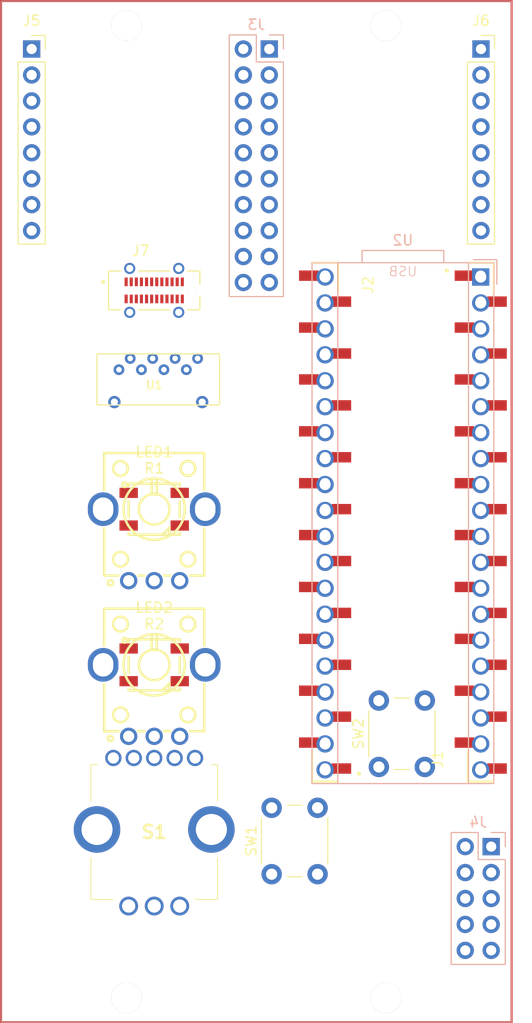
<source format=kicad_pcb>
(kicad_pcb (version 20241229) (generator "pcbnew") (generator_version "9.0")
  (title_block (title "Spark-AE-Upper") (date "2026-01-14") (rev "0.1") (company "Copyright © 2026 clectric.diy Licensed under CERN-OHL-S v2") (comment 1 "Charles H. Leggett"))
  (layers (0 "F.Cu" signal) (2 "B.Cu" signal) (13 "F.Paste" user) (15 "B.Paste" user) (5 "F.SilkS" user "F.Silkscreen") (7 "B.SilkS" user "B.Silkscreen") (1 "F.Mask" user) (3 "B.Mask" user) (25 "Edge.Cuts" user))
  (net 0 "")
  (net 39 "I2C_SDA")
  (net 40 "SD_D2")
  (net 41 "SPI_MISO")
  (net 42 "AUDIO_IN_1")
  (net 43 "USART1_RX")
  (net 44 "SPI_NSS")
  (net 45 "USB_OTG_FS_ID")
  (net 46 "ENC_CLICK")
  (net 47 "SD_CK")
  (net 48 "AUDIO_IN_2")
  (net 49 "VIN")
  (net 50 "SD_D3")
  (net 51 "SPI_MOSI")
  (net 52 "I2C_SCL")
  (net 53 "SD_D1")
  (net 54 "SD_CMD")
  (net 55 "SD_D0")
  (net 56 "A1_D16")
  (net 57 "SPI_SCK")
  (net 58 "USB_OTG_FS_D-")
  (net 59 "ENC_B")
  (net 60 "POT_1")
  (net 61 "LED_1_G")
  (net 62 "+3V3_A")
  (net 63 "ENC_A")
  (net 64 "LED_2_R")
  (net 65 "A7_D22")
  (net 66 "TAC_SWITCH_2")
  (net 67 "+3V3_D")
  (net 68 "LED_1_B")
  (net 69 "AUDIO_OUT_1")
  (net 70 "LED_1_R")
  (net 71 "POT_2")
  (net 72 "AUDIO_OUT_2")
  (net 73 "USB_OTG_FS_D+")
  (net 74 "LED_2_B")
  (net 75 "TAC_SWITCH_1")
  (net 76 "LED_2_G")
  (net 90 "+5V")
  (net 118 "GND")
  (net 119 "STOP")
  (net 120 "GATE")
  (net 121 "CTRL")
  (net 122 "CLOCK")
  (net 123 "CV")
  (net 124 "START")
  (footprint "" (layer "F.Cu") (at 107.87 51.44)
    (property "Reference" "" (at 0 0 0) (layer "F.SilkS") (effects (font (size 1.27 1.27))))
    (property "Value" "")
    (pad "" thru_hole circle (at 0 0) (size 3 3) (drill 3) (layers "*.Cu" "*.Mask"))
  )
  (footprint "Connector_PinSocket_2.54mm:PinSocket_1x08_P2.54mm_Vertical" (layer "F.Cu") (at 98.57 53.74)
    (property "Reference" "J5" (at 0 -2.77 0) (layer "F.SilkS"))
    (property "Value" "Conn_01x08_Socket" (hide yes))
    (fp_line (start -1.33 1.27) (end -1.33 19.11) (stroke (width 0.12)) (layer "F.SilkS"))
    (fp_line (start -1.33 1.27) (end 1.33 1.27) (stroke (width 0.12)) (layer "F.SilkS"))
    (fp_line (start -1.33 19.11) (end 1.33 19.11) (stroke (width 0.12)) (layer "F.SilkS"))
    (fp_line (start 0 -1.33) (end 1.33 -1.33) (stroke (width 0.12)) (layer "F.SilkS"))
    (fp_line (start 1.33 -1.33) (end 1.33 0) (stroke (width 0.12)) (layer "F.SilkS"))
    (fp_line (start 1.33 1.27) (end 1.33 19.11) (stroke (width 0.12)) (layer "F.SilkS"))
    (pad "1" thru_hole rect (at 0 0) (size 1.7 1.7) (drill 1) (layers "*.Cu" "*.Mask") (net 42 "AUDIO_IN_1"))
    (pad "2" thru_hole circle (at 0 2.54) (size 1.7 1.7) (drill 1) (layers "*.Cu" "*.Mask") (net 48 "AUDIO_IN_2"))
    (pad "3" thru_hole circle (at 0 5.08) (size 1.7 1.7) (drill 1) (layers "*.Cu" "*.Mask"))
    (pad "4" thru_hole circle (at 0 7.62) (size 1.7 1.7) (drill 1) (layers "*.Cu" "*.Mask"))
    (pad "5" thru_hole circle (at 0 10.16) (size 1.7 1.7) (drill 1) (layers "*.Cu" "*.Mask"))
    (pad "6" thru_hole circle (at 0 12.7) (size 1.7 1.7) (drill 1) (layers "*.Cu" "*.Mask"))
    (pad "7" thru_hole circle (at 0 15.24) (size 1.7 1.7) (drill 1) (layers "*.Cu" "*.Mask"))
    (pad "8" thru_hole circle (at 0 17.78) (size 1.7 1.7) (drill 1) (layers "*.Cu" "*.Mask"))
  )
  (footprint "clectric-diy:SAMESKY_UJ32-C-V-G-TH-5-P24-TR" (layer "F.Cu") (at 110.57 77.375)
    (property "Reference" "J7" (at -1.325 -3.885 0) (layer "F.SilkS"))
    (property "Value" "UJ32-C-V-G-TH-5-P24-TR")
    (fp_line (start -4.47 -1.9) (end -3.27 -1.9) (stroke (width 0.127)) (layer "F.SilkS"))
    (fp_line (start -4.47 1.9) (end -4.47 -1.9) (stroke (width 0.127)) (layer "F.SilkS"))
    (fp_line (start -3.27 1.9) (end -4.47 1.9) (stroke (width 0.127)) (layer "F.SilkS"))
    (fp_line (start -1.53 -1.9) (end 1.53 -1.9) (stroke (width 0.127)) (layer "F.SilkS"))
    (fp_line (start 1.53 1.9) (end -1.53 1.9) (stroke (width 0.127)) (layer "F.SilkS"))
    (fp_line (start 3.27 -1.9) (end 4.47 -1.9) (stroke (width 0.127)) (layer "F.SilkS"))
    (fp_line (start 4.47 -1.9) (end 4.47 -0.62) (stroke (width 0.127)) (layer "F.SilkS"))
    (fp_line (start 4.47 0.62) (end 4.47 1.9) (stroke (width 0.127)) (layer "F.SilkS"))
    (fp_line (start 4.47 1.9) (end 3.27 1.9) (stroke (width 0.127)) (layer "F.SilkS"))
    (fp_circle (center -5 -0.835) (end -4.9 -0.835) (stroke (width 0.2)) (fill no) (layer "F.SilkS"))
    (fp_line (start 3.55 -0.3) (end 3.95 -0.3) (stroke (width 0.01)) (layer "Edge.Cuts"))
    (fp_line (start 3.95 0.3) (end 3.55 0.3) (stroke (width 0.01)) (layer "Edge.Cuts"))
    (fp_arc (start 3.25 0) (mid 3.337868 -0.212132) (end 3.55 -0.3) (stroke (width 0.01)) (layer "Edge.Cuts"))
    (fp_arc (start 3.55 0.3) (mid 3.337868 0.212132) (end 3.25 0) (stroke (width 0.01)) (layer "Edge.Cuts"))
    (fp_arc (start 3.95 -0.3) (mid 4.162132 -0.212132) (end 4.25 0) (stroke (width 0.01)) (layer "Edge.Cuts"))
    (fp_arc (start 4.25 0) (mid 4.162132 0.212132) (end 3.95 0.3) (stroke (width 0.01)) (layer "Edge.Cuts"))
    (pad "" np_thru_hole circle (at -3.75 0) (size 0.65 0.65) (drill 0.65) (layers "*.Cu" "*.Mask"))
    (pad "" np_thru_hole circle (at 3.75 0) (size 0.6 0.6) (drill 0.6) (layers "*.Cu" "*.Mask"))
    (pad "A1" smd rect (at -2.75 -0.835) (size 0.3 0.85) (layers "F.Cu" "F.Mask" "F.Paste"))
    (pad "A2" smd rect (at -2.25 -0.835) (size 0.3 0.85) (layers "F.Cu" "F.Mask" "F.Paste"))
    (pad "A3" smd rect (at -1.75 -0.835) (size 0.3 0.85) (layers "F.Cu" "F.Mask" "F.Paste"))
    (pad "A4" smd rect (at -1.25 -0.835) (size 0.3 0.85) (layers "F.Cu" "F.Mask" "F.Paste"))
    (pad "A5" smd rect (at -0.75 -0.835) (size 0.3 0.85) (layers "F.Cu" "F.Mask" "F.Paste"))
    (pad "A6" smd rect (at -0.25 -0.835) (size 0.3 0.85) (layers "F.Cu" "F.Mask" "F.Paste"))
    (pad "A7" smd rect (at 0.25 -0.835) (size 0.3 0.85) (layers "F.Cu" "F.Mask" "F.Paste"))
    (pad "A8" smd rect (at 0.75 -0.835) (size 0.3 0.85) (layers "F.Cu" "F.Mask" "F.Paste"))
    (pad "A9" smd rect (at 1.25 -0.835) (size 0.3 0.85) (layers "F.Cu" "F.Mask" "F.Paste"))
    (pad "A10" smd rect (at 1.75 -0.835) (size 0.3 0.85) (layers "F.Cu" "F.Mask" "F.Paste"))
    (pad "A11" smd rect (at 2.25 -0.835) (size 0.3 0.85) (layers "F.Cu" "F.Mask" "F.Paste"))
    (pad "A12" smd rect (at 2.75 -0.835) (size 0.3 0.85) (layers "F.Cu" "F.Mask" "F.Paste"))
    (pad "B1" smd rect (at 2.75 0.835) (size 0.3 0.85) (layers "F.Cu" "F.Mask" "F.Paste"))
    (pad "B2" smd rect (at 2.25 0.835) (size 0.3 0.85) (layers "F.Cu" "F.Mask" "F.Paste"))
    (pad "B3" smd rect (at 1.75 0.835) (size 0.3 0.85) (layers "F.Cu" "F.Mask" "F.Paste"))
    (pad "B4" smd rect (at 1.25 0.835) (size 0.3 0.85) (layers "F.Cu" "F.Mask" "F.Paste"))
    (pad "B5" smd rect (at 0.75 0.835) (size 0.3 0.85) (layers "F.Cu" "F.Mask" "F.Paste"))
    (pad "B6" smd rect (at 0.25 0.835) (size 0.3 0.85) (layers "F.Cu" "F.Mask" "F.Paste"))
    (pad "B7" smd rect (at -0.25 0.835) (size 0.3 0.85) (layers "F.Cu" "F.Mask" "F.Paste"))
    (pad "B8" smd rect (at -0.75 0.835) (size 0.3 0.85) (layers "F.Cu" "F.Mask" "F.Paste"))
    (pad "B9" smd rect (at -1.25 0.835) (size 0.3 0.85) (layers "F.Cu" "F.Mask" "F.Paste"))
    (pad "B10" smd rect (at -1.75 0.835) (size 0.3 0.85) (layers "F.Cu" "F.Mask" "F.Paste"))
    (pad "B11" smd rect (at -2.25 0.835) (size 0.3 0.85) (layers "F.Cu" "F.Mask" "F.Paste"))
    (pad "B12" smd rect (at -2.75 0.835) (size 0.3 0.85) (layers "F.Cu" "F.Mask" "F.Paste"))
    (pad "SH1" thru_hole circle (at -2.4 -2.15) (size 1.1 1.1) (drill 0.7) (layers "*.Cu" "*.Mask"))
    (pad "SH2" thru_hole circle (at 2.4 -2.15) (size 1.1 1.1) (drill 0.7) (layers "*.Cu" "*.Mask"))
    (pad "SH3" thru_hole circle (at -2.4 2.15) (size 1.1 1.1) (drill 0.7) (layers "*.Cu" "*.Mask"))
    (pad "SH4" thru_hole circle (at 2.4 2.15) (size 1.1 1.1) (drill 0.7) (layers "*.Cu" "*.Mask"))
  )
  (footprint "Button_Switch_THT:SW_PUSH_6mm" (layer "F.Cu") (at 122.07 134.54 90)
    (property "Reference" "SW1" (at 3.25 -2 90) (layer "F.SilkS"))
    (property "Value" "SW_Push")
    (fp_line (start 5.5 -1) (end 1 -1) (stroke (width 0.12)) (layer "F.SilkS"))
    (fp_line (start -0.25 1.5) (end -0.25 3) (stroke (width 0.12)) (layer "F.SilkS"))
    (fp_line (start 6.75 3) (end 6.75 1.5) (stroke (width 0.12)) (layer "F.SilkS"))
    (fp_line (start 1 5.5) (end 5.5 5.5) (stroke (width 0.12)) (layer "F.SilkS"))
    (pad "1" thru_hole circle (at 0 0 180) (size 2 2) (drill 1.1) (layers "*.Cu" "*.Mask"))
    (pad "1" thru_hole circle (at 6.5 0 180) (size 2 2) (drill 1.1) (layers "*.Cu" "*.Mask"))
    (pad "2" thru_hole circle (at 0 4.5 180) (size 2 2) (drill 1.1) (layers "*.Cu" "*.Mask"))
    (pad "2" thru_hole circle (at 6.5 4.5 180) (size 2 2) (drill 1.1) (layers "*.Cu" "*.Mask"))
  )
  (footprint "clectric-diy:SAMTEC_SSM-120-L-SV-BE" (layer "F.Cu") (at 142.54516 100.065 90)
    (property "Reference" "J1" (at -23.225 -4.205 90) (layer "F.SilkS"))
    (property "Value" "SSM-120-L-SV-BE")
    (fp_line (start -25.4 -1.27) (end -22.45 -1.27) (stroke (width 0.2)) (layer "F.SilkS"))
    (fp_line (start 25.4 1.27) (end 25.4 -1.27) (stroke (width 0.2)) (layer "F.SilkS"))
    (fp_line (start 25.4 1.27) (end 22.45 1.27) (stroke (width 0.2)) (layer "F.SilkS"))
    (fp_line (start -25.4 1.27) (end -25.4 -1.27) (stroke (width 0.2)) (layer "F.SilkS"))
    (fp_circle (center 24.64 -3.315) (end 24.74 -3.315) (stroke (width 0.2)) (fill no) (layer "F.SilkS"))
    (pad "" np_thru_hole circle (at -24.13 0 90) (size 1.02 1.02) (drill 1.02) (layers "*.Cu" "*.Mask"))
    (pad "" np_thru_hole circle (at -21.59 0 90) (size 1.02 1.02) (drill 1.02) (layers "*.Cu" "*.Mask"))
    (pad "" np_thru_hole circle (at -19.05 0 90) (size 1.02 1.02) (drill 1.02) (layers "*.Cu" "*.Mask"))
    (pad "" np_thru_hole circle (at -16.51 0 90) (size 1.02 1.02) (drill 1.02) (layers "*.Cu" "*.Mask"))
    (pad "" np_thru_hole circle (at -13.97 0 90) (size 1.02 1.02) (drill 1.02) (layers "*.Cu" "*.Mask"))
    (pad "" np_thru_hole circle (at -11.43 0 90) (size 1.02 1.02) (drill 1.02) (layers "*.Cu" "*.Mask"))
    (pad "" np_thru_hole circle (at -8.89 0 90) (size 1.02 1.02) (drill 1.02) (layers "*.Cu" "*.Mask"))
    (pad "" np_thru_hole circle (at -6.35 0 90) (size 1.02 1.02) (drill 1.02) (layers "*.Cu" "*.Mask"))
    (pad "" np_thru_hole circle (at -3.81 0 90) (size 1.02 1.02) (drill 1.02) (layers "*.Cu" "*.Mask"))
    (pad "" np_thru_hole circle (at -1.27 0 90) (size 1.02 1.02) (drill 1.02) (layers "*.Cu" "*.Mask"))
    (pad "" np_thru_hole circle (at 1.27 0 90) (size 1.02 1.02) (drill 1.02) (layers "*.Cu" "*.Mask"))
    (pad "" np_thru_hole circle (at 3.81 0 90) (size 1.02 1.02) (drill 1.02) (layers "*.Cu" "*.Mask"))
    (pad "" np_thru_hole circle (at 6.35 0 90) (size 1.02 1.02) (drill 1.02) (layers "*.Cu" "*.Mask"))
    (pad "" np_thru_hole circle (at 8.89 0 90) (size 1.02 1.02) (drill 1.02) (layers "*.Cu" "*.Mask"))
    (pad "" np_thru_hole circle (at 11.43 0 90) (size 1.02 1.02) (drill 1.02) (layers "*.Cu" "*.Mask"))
    (pad "" np_thru_hole circle (at 13.97 0 90) (size 1.02 1.02) (drill 1.02) (layers "*.Cu" "*.Mask"))
    (pad "" np_thru_hole circle (at 16.51 0 90) (size 1.02 1.02) (drill 1.02) (layers "*.Cu" "*.Mask"))
    (pad "" np_thru_hole circle (at 19.05 0 90) (size 1.02 1.02) (drill 1.02) (layers "*.Cu" "*.Mask"))
    (pad "" np_thru_hole circle (at 21.59 0 90) (size 1.02 1.02) (drill 1.02) (layers "*.Cu" "*.Mask"))
    (pad "" np_thru_hole circle (at 24.13 0 90) (size 1.02 1.02) (drill 1.02) (layers "*.Cu" "*.Mask"))
    (pad "01" smd rect (at 24.13 -1.6025 90) (size 1.02 1.905) (layers "F.Cu" "F.Mask" "F.Paste") (net 45 "USB_OTG_FS_ID"))
    (pad "02" smd rect (at 21.59 1.6025 90) (size 1.02 1.905) (layers "F.Cu" "F.Mask" "F.Paste") (net 50 "SD_D3"))
    (pad "03" smd rect (at 19.05 -1.6025 90) (size 1.02 1.905) (layers "F.Cu" "F.Mask" "F.Paste") (net 40 "SD_D2"))
    (pad "04" smd rect (at 16.51 1.6025 90) (size 1.02 1.905) (layers "F.Cu" "F.Mask" "F.Paste") (net 53 "SD_D1"))
    (pad "05" smd rect (at 13.97 -1.6025 90) (size 1.02 1.905) (layers "F.Cu" "F.Mask" "F.Paste") (net 55 "SD_D0"))
    (pad "06" smd rect (at 11.43 1.6025 90) (size 1.02 1.905) (layers "F.Cu" "F.Mask" "F.Paste") (net 54 "SD_CMD"))
    (pad "07" smd rect (at 8.89 -1.6025 90) (size 1.02 1.905) (layers "F.Cu" "F.Mask" "F.Paste") (net 47 "SD_CK"))
    (pad "08" smd rect (at 6.35 1.6025 90) (size 1.02 1.905) (layers "F.Cu" "F.Mask" "F.Paste") (net 44 "SPI_NSS"))
    (pad "09" smd rect (at 3.81 -1.6025 90) (size 1.02 1.905) (layers "F.Cu" "F.Mask" "F.Paste") (net 57 "SPI_SCK"))
    (pad "10" smd rect (at 1.27 1.6025 90) (size 1.02 1.905) (layers "F.Cu" "F.Mask" "F.Paste") (net 41 "SPI_MISO"))
    (pad "11" smd rect (at -1.27 -1.6025 90) (size 1.02 1.905) (layers "F.Cu" "F.Mask" "F.Paste") (net 51 "SPI_MOSI"))
    (pad "12" smd rect (at -3.81 1.6025 90) (size 1.02 1.905) (layers "F.Cu" "F.Mask" "F.Paste") (net 52 "I2C_SCL"))
    (pad "13" smd rect (at -6.35 -1.6025 90) (size 1.02 1.905) (layers "F.Cu" "F.Mask" "F.Paste") (net 39 "I2C_SDA"))
    (pad "14" smd rect (at -8.89 1.6025 90) (size 1.02 1.905) (layers "F.Cu" "F.Mask" "F.Paste") (net 46 "ENC_CLICK"))
    (pad "15" smd rect (at -11.43 -1.6025 90) (size 1.02 1.905) (layers "F.Cu" "F.Mask" "F.Paste") (net 43 "USART1_RX"))
    (pad "16" smd rect (at -13.97 1.6025 90) (size 1.02 1.905) (layers "F.Cu" "F.Mask" "F.Paste") (net 42 "AUDIO_IN_1"))
    (pad "17" smd rect (at -16.51 -1.6025 90) (size 1.02 1.905) (layers "F.Cu" "F.Mask" "F.Paste") (net 48 "AUDIO_IN_2"))
    (pad "18" smd rect (at -19.05 1.6025 90) (size 1.02 1.905) (layers "F.Cu" "F.Mask" "F.Paste") (net 69 "AUDIO_OUT_1"))
    (pad "19" smd rect (at -21.59 -1.6025 90) (size 1.02 1.905) (layers "F.Cu" "F.Mask" "F.Paste") (net 72 "AUDIO_OUT_2"))
    (pad "20" smd rect (at -24.13 1.6025 90) (size 1.02 1.905) (layers "F.Cu" "F.Mask" "F.Paste") (net 118 "GND"))
  )
  (footprint "Button_Switch_THT:SW_PUSH_6mm" (layer "F.Cu") (at 132.57 124.04 90)
    (property "Reference" "SW2" (at 3.25 -2 90) (layer "F.SilkS"))
    (property "Value" "SW_Push")
    (fp_line (start 5.5 -1) (end 1 -1) (stroke (width 0.12)) (layer "F.SilkS"))
    (fp_line (start -0.25 1.5) (end -0.25 3) (stroke (width 0.12)) (layer "F.SilkS"))
    (fp_line (start 6.75 3) (end 6.75 1.5) (stroke (width 0.12)) (layer "F.SilkS"))
    (fp_line (start 1 5.5) (end 5.5 5.5) (stroke (width 0.12)) (layer "F.SilkS"))
    (pad "1" thru_hole circle (at 0 0 180) (size 2 2) (drill 1.1) (layers "*.Cu" "*.Mask"))
    (pad "1" thru_hole circle (at 6.5 0 180) (size 2 2) (drill 1.1) (layers "*.Cu" "*.Mask"))
    (pad "2" thru_hole circle (at 0 4.5 180) (size 2 2) (drill 1.1) (layers "*.Cu" "*.Mask"))
    (pad "2" thru_hole circle (at 6.5 4.5 180) (size 2 2) (drill 1.1) (layers "*.Cu" "*.Mask"))
  )
  (footprint "Connector_PinSocket_2.54mm:PinSocket_1x08_P2.54mm_Vertical" (layer "F.Cu") (at 142.57 53.74)
    (property "Reference" "J6" (at 0 -2.77 0) (layer "F.SilkS"))
    (property "Value" "Conn_01x08_Socket" (hide yes))
    (fp_line (start -1.33 1.27) (end -1.33 19.11) (stroke (width 0.12)) (layer "F.SilkS"))
    (fp_line (start -1.33 1.27) (end 1.33 1.27) (stroke (width 0.12)) (layer "F.SilkS"))
    (fp_line (start -1.33 19.11) (end 1.33 19.11) (stroke (width 0.12)) (layer "F.SilkS"))
    (fp_line (start 0 -1.33) (end 1.33 -1.33) (stroke (width 0.12)) (layer "F.SilkS"))
    (fp_line (start 1.33 -1.33) (end 1.33 0) (stroke (width 0.12)) (layer "F.SilkS"))
    (fp_line (start 1.33 1.27) (end 1.33 19.11) (stroke (width 0.12)) (layer "F.SilkS"))
    (pad "1" thru_hole rect (at 0 0) (size 1.7 1.7) (drill 1) (layers "*.Cu" "*.Mask") (net 69 "AUDIO_OUT_1"))
    (pad "2" thru_hole circle (at 0 2.54) (size 1.7 1.7) (drill 1) (layers "*.Cu" "*.Mask") (net 72 "AUDIO_OUT_2"))
    (pad "3" thru_hole circle (at 0 5.08) (size 1.7 1.7) (drill 1) (layers "*.Cu" "*.Mask"))
    (pad "4" thru_hole circle (at 0 7.62) (size 1.7 1.7) (drill 1) (layers "*.Cu" "*.Mask"))
    (pad "5" thru_hole circle (at 0 10.16) (size 1.7 1.7) (drill 1) (layers "*.Cu" "*.Mask"))
    (pad "6" thru_hole circle (at 0 12.7) (size 1.7 1.7) (drill 1) (layers "*.Cu" "*.Mask"))
    (pad "7" thru_hole circle (at 0 15.24) (size 1.7 1.7) (drill 1) (layers "*.Cu" "*.Mask"))
    (pad "8" thru_hole circle (at 0 17.78) (size 1.7 1.7) (drill 1) (layers "*.Cu" "*.Mask"))
  )
  (footprint "clectric-diy:RES-TH_RK09K113004U" (layer "F.Cu") (at 110.57 117.54)
    (property "Reference" "R2" (at 0 -7.5 0) (layer "F.SilkS"))
    (property "Value" "RK09K1130A8G")
    (fp_line (start -4.9 -9) (end -4.9 -5.38) (stroke (width 0.25)) (layer "F.SilkS"))
    (fp_line (start -4.9 -9) (end 4.9 -9) (stroke (width 0.25)) (layer "F.SilkS"))
    (fp_line (start -4.9 -1.62) (end -4.9 3) (stroke (width 0.25)) (layer "F.SilkS"))
    (fp_line (start -4.9 3) (end -3.5 3) (stroke (width 0.25)) (layer "F.SilkS"))
    (fp_line (start -1.58 3) (end -0.96 3) (stroke (width 0.25)) (layer "F.SilkS"))
    (fp_line (start -0.25 -6.48) (end -0.25 -4.95) (stroke (width 0.25)) (layer "F.SilkS"))
    (fp_line (start -0.25 -4.95) (end 0.25 -4.95) (stroke (width 0.25)) (layer "F.SilkS"))
    (fp_line (start 0.25 -4.95) (end 0.25 -6.48) (stroke (width 0.25)) (layer "F.SilkS"))
    (fp_line (start 0.96 3) (end 1.58 3) (stroke (width 0.25)) (layer "F.SilkS"))
    (fp_line (start 4.9 -9) (end 4.9 -5.38) (stroke (width 0.25)) (layer "F.SilkS"))
    (fp_line (start 4.9 -1.62) (end 4.9 3) (stroke (width 0.25)) (layer "F.SilkS"))
    (fp_line (start 4.9 3) (end 3.5 3) (stroke (width 0.25)) (layer "F.SilkS"))
    (fp_circle (center -4.29 3.71) (end -4.03 3.71) (stroke (width 0.25)) (fill no) (layer "F.SilkS"))
    (fp_circle (center -3.3 -7.49) (end -2.58 -7.49) (stroke (width 0.25)) (fill no) (layer "F.SilkS"))
    (fp_circle (center -3.3 1.4) (end -2.58 1.4) (stroke (width 0.25)) (fill no) (layer "F.SilkS"))
    (fp_circle (center 0 -3.5) (end 3 -3.5) (stroke (width 0.25)) (fill no) (layer "F.SilkS"))
    (fp_circle (center 3.3 -7.49) (end 4.02 -7.49) (stroke (width 0.25)) (fill no) (layer "F.SilkS"))
    (fp_circle (center 3.3 1.4) (end 4.02 1.4) (stroke (width 0.25)) (fill no) (layer "F.SilkS"))
    (pad "1" thru_hole circle (at -2.5 3.5) (size 1.7 1.7) (drill 1.100023) (layers "*.Cu" "*.Mask"))
    (pad "2" thru_hole circle (at 0 3.5) (size 1.7 1.7) (drill 1.100023) (layers "*.Cu" "*.Mask"))
    (pad "3" thru_hole circle (at 2.5 3.5) (size 1.7 1.7) (drill 1.100023) (layers "*.Cu" "*.Mask"))
    (pad "4" thru_hole oval (at 5 -3.5) (size 3 3.3) (drill oval 1.999996 2.300021) (layers "*.Cu" "*.Mask"))
    (pad "5" thru_hole oval (at -5 -3.5) (size 3 3.3) (drill oval 1.999996 2.300021) (layers "*.Cu" "*.Mask"))
  )
  (footprint "clectric-diy:LED-SMD_4P-L5.0-W5.0-TL-1" (layer "F.Cu") (at 110.57 98.8)
    (property "Reference" "LED1" (at 0 -5.6 0) (layer "F.SilkS"))
    (property "Value" "WS2812B-V5/W")
    (fp_line (start -2.5 -2.5) (end 2.5 -2.5) (stroke (width 0.25)) (layer "F.SilkS"))
    (fp_line (start -2.5 0.77) (end -2.5 -0.77) (stroke (width 0.25)) (layer "F.SilkS"))
    (fp_line (start -2.5 2.5) (end -2.5 2.32) (stroke (width 0.25)) (layer "F.SilkS"))
    (fp_line (start -2.49 -2.27) (end -2.5 -2.5) (stroke (width 0.25)) (layer "F.SilkS"))
    (fp_line (start 0.8 2.5) (end 1.5 1.8) (stroke (width 0.25)) (layer "F.SilkS"))
    (fp_line (start 1.5 1.8) (end 1.5 2.5) (stroke (width 0.25)) (layer "F.SilkS"))
    (fp_line (start 1.5 2.5) (end 0.8 2.5) (stroke (width 0.25)) (layer "F.SilkS"))
    (fp_line (start 2.5 -2.5) (end 2.5 -2.27) (stroke (width 0.25)) (layer "F.SilkS"))
    (fp_line (start 2.5 -0.77) (end 2.5 0.77) (stroke (width 0.25)) (layer "F.SilkS"))
    (fp_line (start 2.5 2.28) (end 2.5 2.5) (stroke (width 0.25)) (layer "F.SilkS"))
    (fp_line (start 2.5 2.5) (end -2.5 2.5) (stroke (width 0.25)) (layer "F.SilkS"))
    (fp_circle (center -2.9 -2.4) (end -2.8 -2.4) (stroke (width 0.25)) (fill no) (layer "F.SilkS"))
    (fp_circle (center 0 0) (end 1.5 0) (stroke (width 0.25)) (fill no) (layer "F.SilkS"))
    (pad "1" smd rect (at -2.5 -1.6 180) (size 1.8 1) (layers "F.Cu" "F.Mask" "F.Paste"))
    (pad "2" smd rect (at -2.5 1.6 180) (size 1.8 1) (layers "F.Cu" "F.Mask" "F.Paste"))
    (pad "3" smd rect (at 2.5 1.6 180) (size 1.8 1) (layers "F.Cu" "F.Mask" "F.Paste"))
    (pad "4" smd rect (at 2.5 -1.6 180) (size 1.8 1) (layers "F.Cu" "F.Mask" "F.Paste"))
  )
  (footprint "clectric-diy:SAMTEC_SSM-120-L-SV-BE" (layer "F.Cu") (at 127.30516 100.065 -90)
    (property "Reference" "J2" (at -23.225 -4.205 90) (layer "F.SilkS"))
    (property "Value" "SSM-120-L-SV-BE")
    (fp_line (start -25.4 1.27) (end -25.4 -1.27) (stroke (width 0.2)) (layer "F.SilkS"))
    (fp_line (start 25.4 1.27) (end 22.45 1.27) (stroke (width 0.2)) (layer "F.SilkS"))
    (fp_line (start 25.4 1.27) (end 25.4 -1.27) (stroke (width 0.2)) (layer "F.SilkS"))
    (fp_line (start -25.4 -1.27) (end -22.45 -1.27) (stroke (width 0.2)) (layer "F.SilkS"))
    (fp_circle (center 24.64 -3.315) (end 24.74 -3.315) (stroke (width 0.2)) (fill no) (layer "F.SilkS"))
    (pad "" np_thru_hole circle (at -24.13 0 270) (size 1.02 1.02) (drill 1.02) (layers "*.Cu" "*.Mask"))
    (pad "" np_thru_hole circle (at -21.59 0 270) (size 1.02 1.02) (drill 1.02) (layers "*.Cu" "*.Mask"))
    (pad "" np_thru_hole circle (at -19.05 0 270) (size 1.02 1.02) (drill 1.02) (layers "*.Cu" "*.Mask"))
    (pad "" np_thru_hole circle (at -16.51 0 270) (size 1.02 1.02) (drill 1.02) (layers "*.Cu" "*.Mask"))
    (pad "" np_thru_hole circle (at -13.97 0 270) (size 1.02 1.02) (drill 1.02) (layers "*.Cu" "*.Mask"))
    (pad "" np_thru_hole circle (at -11.43 0 270) (size 1.02 1.02) (drill 1.02) (layers "*.Cu" "*.Mask"))
    (pad "" np_thru_hole circle (at -8.89 0 270) (size 1.02 1.02) (drill 1.02) (layers "*.Cu" "*.Mask"))
    (pad "" np_thru_hole circle (at -6.35 0 270) (size 1.02 1.02) (drill 1.02) (layers "*.Cu" "*.Mask"))
    (pad "" np_thru_hole circle (at -3.81 0 270) (size 1.02 1.02) (drill 1.02) (layers "*.Cu" "*.Mask"))
    (pad "" np_thru_hole circle (at -1.27 0 270) (size 1.02 1.02) (drill 1.02) (layers "*.Cu" "*.Mask"))
    (pad "" np_thru_hole circle (at 1.27 0 270) (size 1.02 1.02) (drill 1.02) (layers "*.Cu" "*.Mask"))
    (pad "" np_thru_hole circle (at 3.81 0 270) (size 1.02 1.02) (drill 1.02) (layers "*.Cu" "*.Mask"))
    (pad "" np_thru_hole circle (at 6.35 0 270) (size 1.02 1.02) (drill 1.02) (layers "*.Cu" "*.Mask"))
    (pad "" np_thru_hole circle (at 8.89 0 270) (size 1.02 1.02) (drill 1.02) (layers "*.Cu" "*.Mask"))
    (pad "" np_thru_hole circle (at 11.43 0 270) (size 1.02 1.02) (drill 1.02) (layers "*.Cu" "*.Mask"))
    (pad "" np_thru_hole circle (at 13.97 0 270) (size 1.02 1.02) (drill 1.02) (layers "*.Cu" "*.Mask"))
    (pad "" np_thru_hole circle (at 16.51 0 270) (size 1.02 1.02) (drill 1.02) (layers "*.Cu" "*.Mask"))
    (pad "" np_thru_hole circle (at 19.05 0 270) (size 1.02 1.02) (drill 1.02) (layers "*.Cu" "*.Mask"))
    (pad "" np_thru_hole circle (at 21.59 0 270) (size 1.02 1.02) (drill 1.02) (layers "*.Cu" "*.Mask"))
    (pad "" np_thru_hole circle (at 24.13 0 270) (size 1.02 1.02) (drill 1.02) (layers "*.Cu" "*.Mask"))
    (pad "01" smd rect (at 24.13 -1.6025 270) (size 1.02 1.905) (layers "F.Cu" "F.Mask" "F.Paste") (net 62 "+3V3_A"))
    (pad "02" smd rect (at 21.59 1.6025 270) (size 1.02 1.905) (layers "F.Cu" "F.Mask" "F.Paste") (net 71 "POT_2"))
    (pad "03" smd rect (at 19.05 -1.6025 270) (size 1.02 1.905) (layers "F.Cu" "F.Mask" "F.Paste") (net 56 "A1_D16"))
    (pad "04" smd rect (at 16.51 1.6025 270) (size 1.02 1.905) (layers "F.Cu" "F.Mask" "F.Paste") (net 64 "LED_2_R"))
    (pad "05" smd rect (at 13.97 -1.6025 270) (size 1.02 1.905) (layers "F.Cu" "F.Mask" "F.Paste") (net 68 "LED_1_B"))
    (pad "06" smd rect (at 11.43 1.6025 270) (size 1.02 1.905) (layers "F.Cu" "F.Mask" "F.Paste") (net 61 "LED_1_G"))
    (pad "07" smd rect (at 8.89 -1.6025 270) (size 1.02 1.905) (layers "F.Cu" "F.Mask" "F.Paste") (net 70 "LED_1_R"))
    (pad "08" smd rect (at 6.35 1.6025 270) (size 1.02 1.905) (layers "F.Cu" "F.Mask" "F.Paste") (net 60 "POT_1"))
    (pad "09" smd rect (at 3.81 -1.6025 270) (size 1.02 1.905) (layers "F.Cu" "F.Mask" "F.Paste") (net 65 "A7_D22"))
    (pad "10" smd rect (at 1.27 1.6025 270) (size 1.02 1.905) (layers "F.Cu" "F.Mask" "F.Paste") (net 74 "LED_2_B"))
    (pad "11" smd rect (at -1.27 -1.6025 270) (size 1.02 1.905) (layers "F.Cu" "F.Mask" "F.Paste") (net 76 "LED_2_G"))
    (pad "12" smd rect (at -3.81 1.6025 270) (size 1.02 1.905) (layers "F.Cu" "F.Mask" "F.Paste") (net 59 "ENC_B"))
    (pad "13" smd rect (at -6.35 -1.6025 270) (size 1.02 1.905) (layers "F.Cu" "F.Mask" "F.Paste") (net 63 "ENC_A"))
    (pad "14" smd rect (at -8.89 1.6025 270) (size 1.02 1.905) (layers "F.Cu" "F.Mask" "F.Paste") (net 75 "TAC_SWITCH_1"))
    (pad "15" smd rect (at -11.43 -1.6025 270) (size 1.02 1.905) (layers "F.Cu" "F.Mask" "F.Paste") (net 66 "TAC_SWITCH_2"))
    (pad "16" smd rect (at -13.97 1.6025 270) (size 1.02 1.905) (layers "F.Cu" "F.Mask" "F.Paste") (net 58 "USB_OTG_FS_D-"))
    (pad "17" smd rect (at -16.51 -1.6025 270) (size 1.02 1.905) (layers "F.Cu" "F.Mask" "F.Paste") (net 73 "USB_OTG_FS_D+"))
    (pad "18" smd rect (at -19.05 1.6025 270) (size 1.02 1.905) (layers "F.Cu" "F.Mask" "F.Paste") (net 67 "+3V3_D"))
    (pad "19" smd rect (at -21.59 -1.6025 270) (size 1.02 1.905) (layers "F.Cu" "F.Mask" "F.Paste") (net 49 "VIN"))
    (pad "20" smd rect (at -24.13 1.6025 270) (size 1.02 1.905) (layers "F.Cu" "F.Mask" "F.Paste") (net 118 "GND"))
  )
  (footprint "clectric-diy:PJS008U-3000-0" (layer "F.Cu") (at 110.57 86.64)
    (property "Reference" "U1" (at 0 0 0) (layer "F.SilkS") (effects (font (size 0.787402 0.787402))))
    (property "Value" "PJS008U-3000-0")
    (fp_line (start -5.6 -3.05) (end -5.6 1.95) (stroke (width 0.127)) (layer "F.SilkS"))
    (fp_line (start -5.6 1.95) (end 6.4 1.95) (stroke (width 0.127)) (layer "F.SilkS"))
    (fp_line (start 6.4 -3.05) (end -5.6 -3.05) (stroke (width 0.127)) (layer "F.SilkS"))
    (fp_line (start 6.4 1.95) (end 6.4 -3.05) (stroke (width 0.127)) (layer "F.SilkS"))
    (pad "P$1" thru_hole circle (at -3.45 -1.5) (size 1.058 1.058) (drill 0.55) (layers "*.Cu" "*.Mask"))
    (pad "P$2" thru_hole circle (at -2.35 -2.6) (size 1.058 1.058) (drill 0.55) (layers "*.Cu" "*.Mask"))
    (pad "P$3" thru_hole circle (at -1.25 -1.5) (size 1.058 1.058) (drill 0.55) (layers "*.Cu" "*.Mask"))
    (pad "P$4" thru_hole circle (at -0.15 -2.6) (size 1.058 1.058) (drill 0.55) (layers "*.Cu" "*.Mask"))
    (pad "P$5" thru_hole circle (at 0.95 -1.5) (size 1.058 1.058) (drill 0.55) (layers "*.Cu" "*.Mask"))
    (pad "P$6" thru_hole circle (at 2.05 -2.6) (size 1.058 1.058) (drill 0.55) (layers "*.Cu" "*.Mask"))
    (pad "P$7" thru_hole circle (at 3.15 -1.5) (size 1.058 1.058) (drill 0.55) (layers "*.Cu" "*.Mask"))
    (pad "P$8" thru_hole circle (at 4.25 -2.6) (size 1.058 1.058) (drill 0.55) (layers "*.Cu" "*.Mask"))
    (pad "P$9" thru_hole circle (at -3.9 1.67) (size 1.208 1.208) (drill 0.7) (layers "*.Cu" "*.Mask"))
    (pad "P$10" thru_hole circle (at 4.7 1.67) (size 1.208 1.208) (drill 0.7) (layers "*.Cu" "*.Mask"))
  )
  (footprint "" (layer "F.Cu") (at 107.87 146.64)
    (property "Reference" "" (at 0 0 0) (layer "F.SilkS") (effects (font (size 1.27 1.27))))
    (property "Value" "")
    (pad "" thru_hole circle (at 0 0) (size 3 3) (drill 3) (layers "*.Cu" "*.Mask"))
  )
  (footprint "" (layer "F.Cu") (at 133.27 146.64)
    (property "Reference" "" (at 0 0 0) (layer "F.SilkS") (effects (font (size 1.27 1.27))))
    (property "Value" "")
    (pad "" thru_hole circle (at 0 0) (size 3 3) (drill 3) (layers "*.Cu" "*.Mask"))
  )
  (footprint "" (layer "F.Cu") (at 107.87 51.44)
    (property "Reference" "" (at 0 0 0) (layer "F.SilkS") (effects (font (size 1.27 1.27))))
    (property "Value" "")
    (pad "" thru_hole circle (at 0 0) (size 3 3) (drill 3) (layers "*.Cu" "*.Mask"))
  )
  (footprint "clectric-diy:RES-TH_RK09K113004U" (layer "F.Cu") (at 110.57 102.3)
    (property "Reference" "R1" (at 0 -7.5 0) (layer "F.SilkS"))
    (property "Value" "RK09K1130A8G")
    (fp_line (start -4.9 -9) (end -4.9 -5.38) (stroke (width 0.25)) (layer "F.SilkS"))
    (fp_line (start -4.9 -9) (end 4.9 -9) (stroke (width 0.25)) (layer "F.SilkS"))
    (fp_line (start -4.9 -1.62) (end -4.9 3) (stroke (width 0.25)) (layer "F.SilkS"))
    (fp_line (start -4.9 3) (end -3.5 3) (stroke (width 0.25)) (layer "F.SilkS"))
    (fp_line (start -1.58 3) (end -0.96 3) (stroke (width 0.25)) (layer "F.SilkS"))
    (fp_line (start -0.25 -6.48) (end -0.25 -4.95) (stroke (width 0.25)) (layer "F.SilkS"))
    (fp_line (start -0.25 -4.95) (end 0.25 -4.95) (stroke (width 0.25)) (layer "F.SilkS"))
    (fp_line (start 0.25 -4.95) (end 0.25 -6.48) (stroke (width 0.25)) (layer "F.SilkS"))
    (fp_line (start 0.96 3) (end 1.58 3) (stroke (width 0.25)) (layer "F.SilkS"))
    (fp_line (start 4.9 -9) (end 4.9 -5.38) (stroke (width 0.25)) (layer "F.SilkS"))
    (fp_line (start 4.9 -1.62) (end 4.9 3) (stroke (width 0.25)) (layer "F.SilkS"))
    (fp_line (start 4.9 3) (end 3.5 3) (stroke (width 0.25)) (layer "F.SilkS"))
    (fp_circle (center -4.29 3.71) (end -4.03 3.71) (stroke (width 0.25)) (fill no) (layer "F.SilkS"))
    (fp_circle (center -3.3 -7.49) (end -2.58 -7.49) (stroke (width 0.25)) (fill no) (layer "F.SilkS"))
    (fp_circle (center -3.3 1.4) (end -2.58 1.4) (stroke (width 0.25)) (fill no) (layer "F.SilkS"))
    (fp_circle (center 0 -3.5) (end 3 -3.5) (stroke (width 0.25)) (fill no) (layer "F.SilkS"))
    (fp_circle (center 3.3 -7.49) (end 4.02 -7.49) (stroke (width 0.25)) (fill no) (layer "F.SilkS"))
    (fp_circle (center 3.3 1.4) (end 4.02 1.4) (stroke (width 0.25)) (fill no) (layer "F.SilkS"))
    (pad "1" thru_hole circle (at -2.5 3.5) (size 1.7 1.7) (drill 1.100023) (layers "*.Cu" "*.Mask"))
    (pad "2" thru_hole circle (at 0 3.5) (size 1.7 1.7) (drill 1.100023) (layers "*.Cu" "*.Mask"))
    (pad "3" thru_hole circle (at 2.5 3.5) (size 1.7 1.7) (drill 1.100023) (layers "*.Cu" "*.Mask"))
    (pad "4" thru_hole oval (at 5 -3.5) (size 3 3.3) (drill oval 1.999996 2.300021) (layers "*.Cu" "*.Mask"))
    (pad "5" thru_hole oval (at -5 -3.5) (size 3 3.3) (drill oval 1.999996 2.300021) (layers "*.Cu" "*.Mask"))
  )
  (footprint "" (layer "F.Cu") (at 133.27 51.44)
    (property "Reference" "" (at 0 0 0) (layer "F.SilkS") (effects (font (size 1.27 1.27))))
    (property "Value" "")
    (pad "" thru_hole circle (at 0 0) (size 3 3) (drill 3) (layers "*.Cu" "*.Mask"))
  )
  (footprint "clectric-diy:LED-SMD_4P-L5.0-W5.0-TL-1" (layer "F.Cu") (at 110.57 114.04)
    (property "Reference" "LED2" (at 0 -5.6 0) (layer "F.SilkS"))
    (property "Value" "WS2812B-V5/W")
    (fp_line (start -2.5 -2.5) (end 2.5 -2.5) (stroke (width 0.25)) (layer "F.SilkS"))
    (fp_line (start -2.5 0.77) (end -2.5 -0.77) (stroke (width 0.25)) (layer "F.SilkS"))
    (fp_line (start -2.5 2.5) (end -2.5 2.32) (stroke (width 0.25)) (layer "F.SilkS"))
    (fp_line (start -2.49 -2.27) (end -2.5 -2.5) (stroke (width 0.25)) (layer "F.SilkS"))
    (fp_line (start 0.8 2.5) (end 1.5 1.8) (stroke (width 0.25)) (layer "F.SilkS"))
    (fp_line (start 1.5 1.8) (end 1.5 2.5) (stroke (width 0.25)) (layer "F.SilkS"))
    (fp_line (start 1.5 2.5) (end 0.8 2.5) (stroke (width 0.25)) (layer "F.SilkS"))
    (fp_line (start 2.5 -2.5) (end 2.5 -2.27) (stroke (width 0.25)) (layer "F.SilkS"))
    (fp_line (start 2.5 -0.77) (end 2.5 0.77) (stroke (width 0.25)) (layer "F.SilkS"))
    (fp_line (start 2.5 2.28) (end 2.5 2.5) (stroke (width 0.25)) (layer "F.SilkS"))
    (fp_line (start 2.5 2.5) (end -2.5 2.5) (stroke (width 0.25)) (layer "F.SilkS"))
    (fp_circle (center -2.9 -2.4) (end -2.8 -2.4) (stroke (width 0.25)) (fill no) (layer "F.SilkS"))
    (fp_circle (center 0 0) (end 1.5 0) (stroke (width 0.25)) (fill no) (layer "F.SilkS"))
    (pad "1" smd rect (at -2.5 -1.6 180) (size 1.8 1) (layers "F.Cu" "F.Mask" "F.Paste"))
    (pad "2" smd rect (at -2.5 1.6 180) (size 1.8 1) (layers "F.Cu" "F.Mask" "F.Paste"))
    (pad "3" smd rect (at 2.5 1.6 180) (size 1.8 1) (layers "F.Cu" "F.Mask" "F.Paste"))
    (pad "4" smd rect (at 2.5 -1.6 180) (size 1.8 1) (layers "F.Cu" "F.Mask" "F.Paste"))
  )
  (footprint "clectric-diy:PEL12T4225SS1024" (layer "F.Cu") (at 110.57 130.41)
    (property "Reference" "S1" (at 0 0 0) (layer "F.SilkS") (effects (font (size 1.27 1.27) (thickness 0.254))))
    (property "Value" "PEL12T-4225S-S1024" (hide yes))
    (fp_line (start -6.2 -6.6) (end -6.2 -3) (stroke (width 0.1)) (layer "F.SilkS"))
    (fp_line (start -6.2 6.6) (end -6.2 2.5) (stroke (width 0.1)) (layer "F.SilkS"))
    (fp_line (start -5.5 -6.6) (end -6.2 -6.6) (stroke (width 0.1)) (layer "F.SilkS"))
    (fp_line (start -4 6.6) (end -6.2 6.6) (stroke (width 0.1)) (layer "F.SilkS"))
    (fp_line (start 4 6.6) (end 6.2 6.6) (stroke (width 0.1)) (layer "F.SilkS"))
    (fp_line (start 6.2 -6.6) (end 5.6 -6.6) (stroke (width 0.1)) (layer "F.SilkS"))
    (fp_line (start 6.2 -3) (end 6.2 -6.6) (stroke (width 0.1)) (layer "F.SilkS"))
    (fp_line (start 6.2 3) (end 6.2 2.5) (stroke (width 0.1)) (layer "F.SilkS"))
    (fp_line (start 6.2 6.6) (end 6.2 3) (stroke (width 0.1)) (layer "F.SilkS"))
    (pad "1" thru_hole circle (at -4 -7.25) (size 1.6 1.6) (drill 1.1) (layers "*.Cu" "*.Mask"))
    (pad "2" thru_hole circle (at -2 -7.25) (size 1.6 1.6) (drill 1.1) (layers "*.Cu" "*.Mask"))
    (pad "3" thru_hole circle (at 0 -7.25) (size 1.6 1.6) (drill 1.1) (layers "*.Cu" "*.Mask"))
    (pad "4" thru_hole circle (at 2 -7.25) (size 1.6 1.6) (drill 1.1) (layers "*.Cu" "*.Mask"))
    (pad "5" thru_hole circle (at 4 -7.25) (size 1.6 1.6) (drill 1.1) (layers "*.Cu" "*.Mask"))
    (pad "A1" thru_hole circle (at -2.5 7.25) (size 1.85 1.85) (drill 1.3) (layers "*.Cu" "*.Mask"))
    (pad "B1" thru_hole circle (at 2.5 7.25) (size 1.85 1.85) (drill 1.3) (layers "*.Cu" "*.Mask"))
    (pad "C1" thru_hole circle (at 0 7.25) (size 1.85 1.85) (drill 1.3) (layers "*.Cu" "*.Mask"))
    (pad "MH1" thru_hole circle (at -5.6 -0.25) (size 4.562 4.562) (drill 3.0414) (layers "*.Cu" "*.Mask"))
    (pad "MH2" thru_hole circle (at 5.6 -0.25) (size 4.562 4.562) (drill 3.0414) (layers "*.Cu" "*.Mask"))
  )
  (footprint "Connector_PinHeader_2.54mm:PinHeader_2x05_P2.54mm_Vertical" (layer "B.Cu") (at 143.57 131.84 180)
    (property "Reference" "J4" (at 1.27 2.38 0) (layer "B.SilkS") (effects (justify mirror)))
    (property "Value" "Conn_02x05_Odd_Even" (hide yes))
    (fp_line (start 3.92 1.38) (end 3.92 -11.54) (stroke (width 0.12)) (layer "B.SilkS"))
    (fp_line (start 1.27 1.38) (end 3.92 1.38) (stroke (width 0.12)) (layer "B.SilkS"))
    (fp_line (start 1.27 -1.27) (end 1.27 1.38) (stroke (width 0.12)) (layer "B.SilkS"))
    (fp_line (start -1.38 1.38) (end 0 1.38) (stroke (width 0.12)) (layer "B.SilkS"))
    (fp_line (start -1.38 0) (end -1.38 1.38) (stroke (width 0.12)) (layer "B.SilkS"))
    (fp_line (start -1.38 -1.27) (end 1.27 -1.27) (stroke (width 0.12)) (layer "B.SilkS"))
    (fp_line (start -1.38 -1.27) (end -1.38 -11.54) (stroke (width 0.12)) (layer "B.SilkS"))
    (fp_line (start -1.38 -11.54) (end 3.92 -11.54) (stroke (width 0.12)) (layer "B.SilkS"))
    (pad "1" thru_hole rect (at 0 0 180) (size 1.7 1.7) (drill 1) (layers "*.Cu" "*.Mask") (net 90 "+5V"))
    (pad "2" thru_hole circle (at 2.54 0 180) (size 1.7 1.7) (drill 1) (layers "*.Cu" "*.Mask") (net 90 "+5V"))
    (pad "3" thru_hole circle (at 0 -2.54 180) (size 1.7 1.7) (drill 1) (layers "*.Cu" "*.Mask") (net 118 "GND"))
    (pad "4" thru_hole circle (at 2.54 -2.54 180) (size 1.7 1.7) (drill 1) (layers "*.Cu" "*.Mask") (net 118 "GND"))
    (pad "5" thru_hole circle (at 0 -5.08 180) (size 1.7 1.7) (drill 1) (layers "*.Cu" "*.Mask") (net 123 "CV"))
    (pad "6" thru_hole circle (at 2.54 -5.08 180) (size 1.7 1.7) (drill 1) (layers "*.Cu" "*.Mask") (net 120 "GATE"))
    (pad "7" thru_hole circle (at 0 -7.62 180) (size 1.7 1.7) (drill 1) (layers "*.Cu" "*.Mask") (net 124 "START"))
    (pad "8" thru_hole circle (at 2.54 -7.62 180) (size 1.7 1.7) (drill 1) (layers "*.Cu" "*.Mask") (net 122 "CLOCK"))
    (pad "9" thru_hole circle (at 0 -10.16 180) (size 1.7 1.7) (drill 1) (layers "*.Cu" "*.Mask") (net 121 "CTRL"))
    (pad "10" thru_hole circle (at 2.54 -10.16 180) (size 1.7 1.7) (drill 1) (layers "*.Cu" "*.Mask") (net 119 "STOP"))
  )
  (footprint "Connector_PinHeader_2.54mm:PinHeader_2x10_P2.54mm_Vertical" (layer "B.Cu") (at 121.84 53.74 180)
    (property "Reference" "J3" (at 1.27 2.38 0) (layer "B.SilkS") (effects (justify mirror)))
    (property "Value" "Conn_02x10_Odd_Even")
    (fp_line (start 3.92 1.38) (end 3.92 -24.24) (stroke (width 0.12)) (layer "B.SilkS"))
    (fp_line (start 1.27 1.38) (end 3.92 1.38) (stroke (width 0.12)) (layer "B.SilkS"))
    (fp_line (start 1.27 -1.27) (end 1.27 1.38) (stroke (width 0.12)) (layer "B.SilkS"))
    (fp_line (start -1.38 1.38) (end 0 1.38) (stroke (width 0.12)) (layer "B.SilkS"))
    (fp_line (start -1.38 0) (end -1.38 1.38) (stroke (width 0.12)) (layer "B.SilkS"))
    (fp_line (start -1.38 -1.27) (end 1.27 -1.27) (stroke (width 0.12)) (layer "B.SilkS"))
    (fp_line (start -1.38 -1.27) (end -1.38 -24.24) (stroke (width 0.12)) (layer "B.SilkS"))
    (fp_line (start -1.38 -24.24) (end 3.92 -24.24) (stroke (width 0.12)) (layer "B.SilkS"))
    (pad "1" thru_hole rect (at 0 0 180) (size 1.7 1.7) (drill 1) (layers "*.Cu" "*.Mask") (net 90 "+5V"))
    (pad "2" thru_hole circle (at 2.54 0 180) (size 1.7 1.7) (drill 1) (layers "*.Cu" "*.Mask") (net 90 "+5V"))
    (pad "3" thru_hole circle (at 0 -2.54 180) (size 1.7 1.7) (drill 1) (layers "*.Cu" "*.Mask") (net 118 "GND"))
    (pad "4" thru_hole circle (at 2.54 -2.54 180) (size 1.7 1.7) (drill 1) (layers "*.Cu" "*.Mask") (net 118 "GND"))
    (pad "5" thru_hole circle (at 0 -5.08 180) (size 1.7 1.7) (drill 1) (layers "*.Cu" "*.Mask") (net 123 "CV"))
    (pad "6" thru_hole circle (at 2.54 -5.08 180) (size 1.7 1.7) (drill 1) (layers "*.Cu" "*.Mask") (net 120 "GATE"))
    (pad "7" thru_hole circle (at 0 -7.62 180) (size 1.7 1.7) (drill 1) (layers "*.Cu" "*.Mask") (net 124 "START"))
    (pad "8" thru_hole circle (at 2.54 -7.62 180) (size 1.7 1.7) (drill 1) (layers "*.Cu" "*.Mask") (net 122 "CLOCK"))
    (pad "9" thru_hole circle (at 0 -10.16 180) (size 1.7 1.7) (drill 1) (layers "*.Cu" "*.Mask") (net 121 "CTRL"))
    (pad "10" thru_hole circle (at 2.54 -10.16 180) (size 1.7 1.7) (drill 1) (layers "*.Cu" "*.Mask") (net 119 "STOP"))
    (pad "11" thru_hole circle (at 0 -12.7 180) (size 1.7 1.7) (drill 1) (layers "*.Cu" "*.Mask") (net 62 "+3V3_A"))
    (pad "12" thru_hole circle (at 2.54 -12.7 180) (size 1.7 1.7) (drill 1) (layers "*.Cu" "*.Mask") (net 67 "+3V3_D"))
    (pad "13" thru_hole circle (at 0 -15.24 180) (size 1.7 1.7) (drill 1) (layers "*.Cu" "*.Mask") (net 44 "SPI_NSS"))
    (pad "14" thru_hole circle (at 2.54 -15.24 180) (size 1.7 1.7) (drill 1) (layers "*.Cu" "*.Mask") (net 57 "SPI_SCK"))
    (pad "15" thru_hole circle (at 0 -17.78 180) (size 1.7 1.7) (drill 1) (layers "*.Cu" "*.Mask") (net 41 "SPI_MISO"))
    (pad "16" thru_hole circle (at 2.54 -17.78 180) (size 1.7 1.7) (drill 1) (layers "*.Cu" "*.Mask") (net 51 "SPI_MOSI"))
    (pad "17" thru_hole circle (at 0 -20.32 180) (size 1.7 1.7) (drill 1) (layers "*.Cu" "*.Mask") (net 52 "I2C_SCL"))
    (pad "18" thru_hole circle (at 2.54 -20.32 180) (size 1.7 1.7) (drill 1) (layers "*.Cu" "*.Mask") (net 39 "I2C_SDA"))
    (pad "19" thru_hole circle (at 0 -22.86 180) (size 1.7 1.7) (drill 1) (layers "*.Cu" "*.Mask") (net 56 "A1_D16"))
    (pad "20" thru_hole circle (at 2.54 -22.86 180) (size 1.7 1.7) (drill 1) (layers "*.Cu" "*.Mask") (net 65 "A7_D22"))
  )
  (footprint "clectric-diy:DAISY_SEED" (layer "B.Cu") (at 142.54516 76.065 180)
    (property "Reference" "U2" (at 7.62 3.6 0) (layer "B.SilkS") (effects (justify mirror)))
    (property "Value" "Daisy_Seed")
    (fp_line (start 16.52 1.4) (end 16.52 -49.6) (stroke (width 0.12)) (layer "B.SilkS"))
    (fp_line (start 16.52 -49.6) (end -1.28 -49.6) (stroke (width 0.12)) (layer "B.SilkS"))
    (fp_line (start 14 1.4) (end 14 -49.6) (stroke (width 0.12)) (layer "B.SilkS"))
    (fp_line (start 11.62 2.6) (end 11.62 1.4) (stroke (width 0.12)) (layer "B.SilkS"))
    (fp_line (start 3.62 2.6) (end 11.62 2.6) (stroke (width 0.12)) (layer "B.SilkS"))
    (fp_line (start 3.62 1.4) (end 3.62 2.6) (stroke (width 0.12)) (layer "B.SilkS"))
    (fp_line (start 1.2 1.4) (end 1.2 -49.6) (stroke (width 0.12)) (layer "B.SilkS"))
    (fp_line (start 0.72 1.7) (end -1.58 1.7) (stroke (width 0.12)) (layer "B.SilkS"))
    (fp_line (start -1.28 1.4) (end 16.52 1.4) (stroke (width 0.12)) (layer "B.SilkS"))
    (fp_line (start -1.28 -49.6) (end -1.28 1.4) (stroke (width 0.12)) (layer "B.SilkS"))
    (fp_line (start -1.58 1.7) (end -1.58 -0.7) (stroke (width 0.12)) (layer "B.SilkS"))
    (fp_text user "USB" (at 7.62 0 0) (layer "B.SilkS") (effects (font (size 0.93472 0.93472) (thickness 0.08128)) (justify bottom mirror)))
    (pad "1" thru_hole rect (at 0 0 180) (size 1.7 1.7) (drill 1.1) (layers "*.Cu" "*.Mask") (net 45 "USB_OTG_FS_ID"))
    (pad "2" thru_hole circle (at 0 -2.54 180) (size 1.7 1.7) (drill 1.1) (layers "*.Cu" "*.Mask") (net 50 "SD_D3"))
    (pad "3" thru_hole circle (at 0 -5.08 180) (size 1.7 1.7) (drill 1.1) (layers "*.Cu" "*.Mask") (net 40 "SD_D2"))
    (pad "4" thru_hole circle (at 0 -7.62 180) (size 1.7 1.7) (drill 1.1) (layers "*.Cu" "*.Mask") (net 53 "SD_D1"))
    (pad "5" thru_hole circle (at 0 -10.16 180) (size 1.7 1.7) (drill 1.1) (layers "*.Cu" "*.Mask") (net 55 "SD_D0"))
    (pad "6" thru_hole circle (at 0 -12.7 180) (size 1.7 1.7) (drill 1.1) (layers "*.Cu" "*.Mask") (net 54 "SD_CMD"))
    (pad "7" thru_hole circle (at 0 -15.24 180) (size 1.7 1.7) (drill 1.1) (layers "*.Cu" "*.Mask") (net 47 "SD_CK"))
    (pad "8" thru_hole circle (at 0 -17.78 180) (size 1.7 1.7) (drill 1.1) (layers "*.Cu" "*.Mask") (net 44 "SPI_NSS"))
    (pad "9" thru_hole circle (at 0 -20.32 180) (size 1.7 1.7) (drill 1.1) (layers "*.Cu" "*.Mask") (net 57 "SPI_SCK"))
    (pad "10" thru_hole circle (at 0 -22.86 180) (size 1.7 1.7) (drill 1.1) (layers "*.Cu" "*.Mask") (net 41 "SPI_MISO"))
    (pad "11" thru_hole circle (at 0 -25.4 180) (size 1.7 1.7) (drill 1.1) (layers "*.Cu" "*.Mask") (net 51 "SPI_MOSI"))
    (pad "12" thru_hole circle (at 0 -27.94 180) (size 1.7 1.7) (drill 1.1) (layers "*.Cu" "*.Mask") (net 52 "I2C_SCL"))
    (pad "13" thru_hole circle (at 0 -30.48 180) (size 1.7 1.7) (drill 1.1) (layers "*.Cu" "*.Mask") (net 39 "I2C_SDA"))
    (pad "14" thru_hole circle (at 0 -33.02 180) (size 1.7 1.7) (drill 1.1) (layers "*.Cu" "*.Mask") (net 46 "ENC_CLICK"))
    (pad "15" thru_hole circle (at 0 -35.56 180) (size 1.7 1.7) (drill 1.1) (layers "*.Cu" "*.Mask") (net 43 "USART1_RX"))
    (pad "16" thru_hole circle (at 0 -38.1 180) (size 1.7 1.7) (drill 1.1) (layers "*.Cu" "*.Mask") (net 42 "AUDIO_IN_1"))
    (pad "17" thru_hole circle (at 0 -40.64 180) (size 1.7 1.7) (drill 1.1) (layers "*.Cu" "*.Mask") (net 48 "AUDIO_IN_2"))
    (pad "18" thru_hole circle (at 0 -43.18 180) (size 1.7 1.7) (drill 1.1) (layers "*.Cu" "*.Mask") (net 69 "AUDIO_OUT_1"))
    (pad "19" thru_hole circle (at 0 -45.72 180) (size 1.7 1.7) (drill 1.1) (layers "*.Cu" "*.Mask") (net 72 "AUDIO_OUT_2"))
    (pad "20" thru_hole circle (at 0 -48.26 180) (size 1.7 1.7) (drill 1.1) (layers "*.Cu" "*.Mask") (net 118 "GND"))
    (pad "21" thru_hole circle (at 15.24 -48.26 180) (size 1.7 1.7) (drill 1.1) (layers "*.Cu" "*.Mask") (net 62 "+3V3_A"))
    (pad "22" thru_hole circle (at 15.24 -45.72 180) (size 1.7 1.7) (drill 1.1) (layers "*.Cu" "*.Mask") (net 71 "POT_2"))
    (pad "23" thru_hole circle (at 15.24 -43.18 180) (size 1.7 1.7) (drill 1.1) (layers "*.Cu" "*.Mask") (net 56 "A1_D16"))
    (pad "24" thru_hole circle (at 15.24 -40.64 180) (size 1.7 1.7) (drill 1.1) (layers "*.Cu" "*.Mask") (net 64 "LED_2_R"))
    (pad "25" thru_hole circle (at 15.24 -38.1 180) (size 1.7 1.7) (drill 1.1) (layers "*.Cu" "*.Mask") (net 68 "LED_1_B"))
    (pad "26" thru_hole circle (at 15.24 -35.56 180) (size 1.7 1.7) (drill 1.1) (layers "*.Cu" "*.Mask") (net 61 "LED_1_G"))
    (pad "27" thru_hole circle (at 15.24 -33.02 180) (size 1.7 1.7) (drill 1.1) (layers "*.Cu" "*.Mask") (net 70 "LED_1_R"))
    (pad "28" thru_hole circle (at 15.24 -30.48 180) (size 1.7 1.7) (drill 1.1) (layers "*.Cu" "*.Mask") (net 60 "POT_1"))
    (pad "29" thru_hole circle (at 15.24 -27.94 180) (size 1.7 1.7) (drill 1.1) (layers "*.Cu" "*.Mask") (net 65 "A7_D22"))
    (pad "30" thru_hole circle (at 15.24 -25.4 180) (size 1.7 1.7) (drill 1.1) (layers "*.Cu" "*.Mask") (net 74 "LED_2_B"))
    (pad "31" thru_hole circle (at 15.24 -22.86 180) (size 1.7 1.7) (drill 1.1) (layers "*.Cu" "*.Mask") (net 76 "LED_2_G"))
    (pad "32" thru_hole circle (at 15.24 -20.32 180) (size 1.7 1.7) (drill 1.1) (layers "*.Cu" "*.Mask") (net 59 "ENC_B"))
    (pad "33" thru_hole circle (at 15.24 -17.78 180) (size 1.7 1.7) (drill 1.1) (layers "*.Cu" "*.Mask") (net 63 "ENC_A"))
    (pad "34" thru_hole circle (at 15.24 -15.24 180) (size 1.7 1.7) (drill 1.1) (layers "*.Cu" "*.Mask") (net 75 "TAC_SWITCH_1"))
    (pad "35" thru_hole circle (at 15.24 -12.7 180) (size 1.7 1.7) (drill 1.1) (layers "*.Cu" "*.Mask") (net 66 "TAC_SWITCH_2"))
    (pad "36" thru_hole circle (at 15.24 -10.16 180) (size 1.7 1.7) (drill 1.1) (layers "*.Cu" "*.Mask") (net 58 "USB_OTG_FS_D-"))
    (pad "37" thru_hole circle (at 15.24 -7.62 180) (size 1.7 1.7) (drill 1.1) (layers "*.Cu" "*.Mask") (net 73 "USB_OTG_FS_D+"))
    (pad "38" thru_hole circle (at 15.24 -5.08 180) (size 1.7 1.7) (drill 1.1) (layers "*.Cu" "*.Mask") (net 67 "+3V3_D"))
    (pad "39" thru_hole circle (at 15.24 -2.54 180) (size 1.7 1.7) (drill 1.1) (layers "*.Cu" "*.Mask") (net 49 "VIN"))
    (pad "40" thru_hole circle (at 15.24 0 180) (size 1.7 1.7) (drill 1.1) (layers "*.Cu" "*.Mask") (net 118 "GND"))
  )
  (gr_rect (start 95.57 49.04) (end 145.57 149.04) (stroke (width 0.2)) (fill no) (layer "F.Cu"))
  (gr_rect (start 95.57 49.04) (end 145.57 149.04) (stroke (width 0.05)) (fill no) (layer "Edge.Cuts"))
)
</source>
